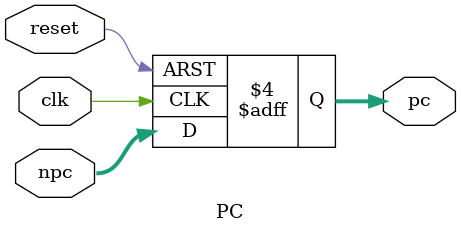
<source format=v>
`timescale 1ns / 1ps


module PC(
    input   [31:0]npc,
    input   reset,
    input   clk,
    output  reg [31:0]pc
    );

    initial
        pc <= 30'b110000_0000_00;
    always@(posedge clk or posedge reset)
    begin
        if(reset==1'b1)
            pc <= 30'b110000_0000_00;
        else
            pc <= npc;
    end
endmodule

</source>
